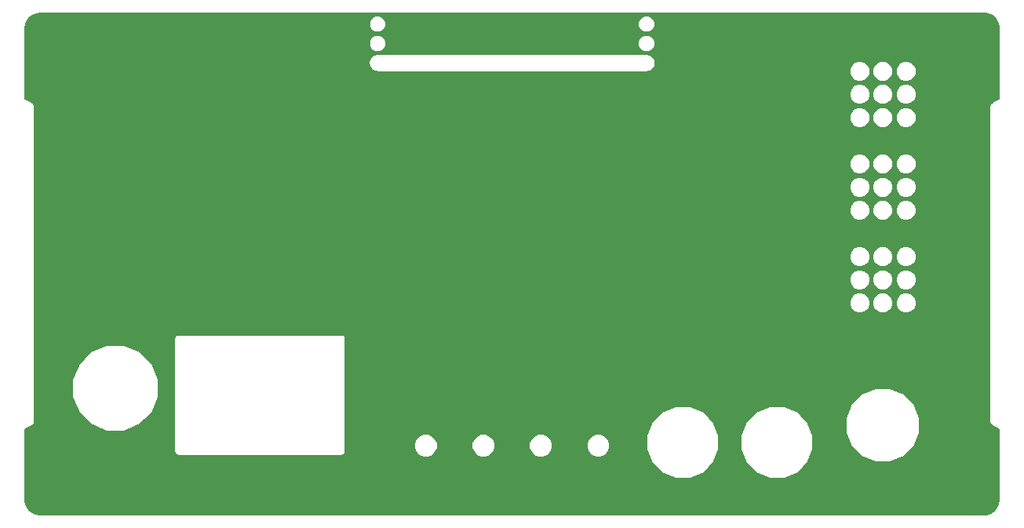
<source format=gtl>
G04 #@! TF.GenerationSoftware,KiCad,Pcbnew,5.0.2-bee76a0~70~ubuntu16.04.1*
G04 #@! TF.CreationDate,2019-08-25T20:36:25-07:00*
G04 #@! TF.ProjectId,endcap,656e6463-6170-42e6-9b69-6361645f7063,rev?*
G04 #@! TF.SameCoordinates,PX2faf080PY2faf080*
G04 #@! TF.FileFunction,Copper,L1,Top*
G04 #@! TF.FilePolarity,Positive*
%FSLAX46Y46*%
G04 Gerber Fmt 4.6, Leading zero omitted, Abs format (unit mm)*
G04 Created by KiCad (PCBNEW 5.0.2-bee76a0~70~ubuntu16.04.1) date Sun 25 Aug 2019 08:36:25 PM PDT*
%MOMM*%
%LPD*%
G01*
G04 APERTURE LIST*
G04 #@! TA.AperFunction,ComponentPad*
%ADD10C,4.900000*%
G04 #@! TD*
G04 #@! TA.AperFunction,Conductor*
%ADD11C,0.200000*%
G04 #@! TD*
G04 APERTURE END LIST*
D10*
G04 #@! TO.P,MH1,1*
G04 #@! TO.N,GND*
X4875000Y-3750000D03*
G04 #@! TD*
G04 #@! TO.P,MH2,1*
G04 #@! TO.N,GND*
X101125000Y-3750000D03*
G04 #@! TD*
G04 #@! TO.P,MH3,1*
G04 #@! TO.N,GND*
X101125000Y-51250000D03*
G04 #@! TD*
G04 #@! TO.P,MH4,1*
G04 #@! TO.N,GND*
X4875000Y-51250000D03*
G04 #@! TD*
D11*
G04 #@! TO.N,GND*
G36*
X104426658Y-540949D02*
X104819014Y-719342D01*
X105145532Y-1000688D01*
X105379961Y-1362368D01*
X105508162Y-1791043D01*
X105525000Y-2017627D01*
X105525001Y-9706433D01*
X104844694Y-10046588D01*
X104814665Y-10052561D01*
X104760903Y-10088483D01*
X104745734Y-10096068D01*
X104722095Y-10114414D01*
X104657545Y-10157545D01*
X104647876Y-10172015D01*
X104634131Y-10182683D01*
X104595690Y-10250118D01*
X104552561Y-10314666D01*
X104549166Y-10331734D01*
X104540549Y-10346850D01*
X104530842Y-10423853D01*
X104525000Y-10453222D01*
X104525000Y-10470196D01*
X104516915Y-10534332D01*
X104525000Y-10563856D01*
X104525001Y-44436141D01*
X104516915Y-44465668D01*
X104525001Y-44529812D01*
X104525001Y-44546779D01*
X104530841Y-44576136D01*
X104540549Y-44653150D01*
X104549167Y-44668269D01*
X104552562Y-44685335D01*
X104595687Y-44749876D01*
X104634131Y-44817317D01*
X104647878Y-44827986D01*
X104657546Y-44842455D01*
X104722089Y-44885581D01*
X104745734Y-44903932D01*
X104760907Y-44911519D01*
X104814666Y-44947439D01*
X104844694Y-44953412D01*
X105525000Y-45293566D01*
X105525001Y-52966151D01*
X105459052Y-53426656D01*
X105280658Y-53819015D01*
X104999312Y-54145532D01*
X104637631Y-54379962D01*
X104208957Y-54508162D01*
X103982374Y-54525000D01*
X2033842Y-54525000D01*
X1573344Y-54459052D01*
X1180985Y-54280658D01*
X854468Y-53999312D01*
X620038Y-53637631D01*
X491838Y-53208957D01*
X475000Y-52982374D01*
X475000Y-45293566D01*
X1155309Y-44953411D01*
X1185334Y-44947439D01*
X1239088Y-44911522D01*
X1254266Y-44903933D01*
X1277916Y-44885578D01*
X1342455Y-44842455D01*
X1352122Y-44827987D01*
X1365869Y-44817318D01*
X1404311Y-44749880D01*
X1447439Y-44685335D01*
X1450834Y-44668267D01*
X1459451Y-44653151D01*
X1469158Y-44576149D01*
X1475000Y-44546779D01*
X1475000Y-44529804D01*
X1483085Y-44465668D01*
X1475000Y-44436144D01*
X1475000Y-39975057D01*
X5550000Y-39975057D01*
X5550000Y-41824943D01*
X6257920Y-43534013D01*
X7565987Y-44842080D01*
X9275057Y-45550000D01*
X11124943Y-45550000D01*
X12834013Y-44842080D01*
X14142080Y-43534013D01*
X14850000Y-41824943D01*
X14850000Y-39975057D01*
X14142080Y-38265987D01*
X12834013Y-36957920D01*
X11124943Y-36250000D01*
X9275057Y-36250000D01*
X7565987Y-36957920D01*
X6257920Y-38265987D01*
X5550000Y-39975057D01*
X1475000Y-39975057D01*
X1475000Y-35600000D01*
X16565695Y-35600000D01*
X16575000Y-35646779D01*
X16575001Y-47653216D01*
X16565695Y-47700000D01*
X16602561Y-47885335D01*
X16707545Y-48042455D01*
X16864665Y-48147439D01*
X17003221Y-48175000D01*
X17003222Y-48175000D01*
X17050000Y-48184305D01*
X17096779Y-48175000D01*
X34503222Y-48175000D01*
X34550000Y-48184305D01*
X34735335Y-48147439D01*
X34892455Y-48042455D01*
X34997439Y-47885335D01*
X35025000Y-47746779D01*
X35034305Y-47700000D01*
X35025000Y-47653221D01*
X35025000Y-46851360D01*
X42450000Y-46851360D01*
X42450000Y-47348640D01*
X42640301Y-47808068D01*
X42991932Y-48159699D01*
X43451360Y-48350000D01*
X43948640Y-48350000D01*
X44408068Y-48159699D01*
X44759699Y-47808068D01*
X44950000Y-47348640D01*
X44950000Y-46851360D01*
X48650000Y-46851360D01*
X48650000Y-47348640D01*
X48840301Y-47808068D01*
X49191932Y-48159699D01*
X49651360Y-48350000D01*
X50148640Y-48350000D01*
X50608068Y-48159699D01*
X50959699Y-47808068D01*
X51150000Y-47348640D01*
X51150000Y-46851360D01*
X54850000Y-46851360D01*
X54850000Y-47348640D01*
X55040301Y-47808068D01*
X55391932Y-48159699D01*
X55851360Y-48350000D01*
X56348640Y-48350000D01*
X56808068Y-48159699D01*
X57159699Y-47808068D01*
X57350000Y-47348640D01*
X57350000Y-46851360D01*
X61050000Y-46851360D01*
X61050000Y-47348640D01*
X61240301Y-47808068D01*
X61591932Y-48159699D01*
X62051360Y-48350000D01*
X62548640Y-48350000D01*
X63008068Y-48159699D01*
X63359699Y-47808068D01*
X63550000Y-47348640D01*
X63550000Y-46851360D01*
X63359699Y-46391932D01*
X63008068Y-46040301D01*
X62884801Y-45989242D01*
X67540000Y-45989242D01*
X67540000Y-47540758D01*
X68133739Y-48974173D01*
X69230827Y-50071261D01*
X70664242Y-50665000D01*
X72215758Y-50665000D01*
X73649173Y-50071261D01*
X74746261Y-48974173D01*
X75340000Y-47540758D01*
X75340000Y-45989242D01*
X77700000Y-45989242D01*
X77700000Y-47540758D01*
X78293739Y-48974173D01*
X79390827Y-50071261D01*
X80824242Y-50665000D01*
X82375758Y-50665000D01*
X83809173Y-50071261D01*
X84906261Y-48974173D01*
X85500000Y-47540758D01*
X85500000Y-45989242D01*
X84906261Y-44555827D01*
X84454784Y-44104350D01*
X89000000Y-44104350D01*
X89000000Y-45695650D01*
X89608963Y-47165818D01*
X90734182Y-48291037D01*
X92204350Y-48900000D01*
X93795650Y-48900000D01*
X95265818Y-48291037D01*
X96391037Y-47165818D01*
X97000000Y-45695650D01*
X97000000Y-44104350D01*
X96391037Y-42634182D01*
X95265818Y-41508963D01*
X93795650Y-40900000D01*
X92204350Y-40900000D01*
X90734182Y-41508963D01*
X89608963Y-42634182D01*
X89000000Y-44104350D01*
X84454784Y-44104350D01*
X83809173Y-43458739D01*
X82375758Y-42865000D01*
X80824242Y-42865000D01*
X79390827Y-43458739D01*
X78293739Y-44555827D01*
X77700000Y-45989242D01*
X75340000Y-45989242D01*
X74746261Y-44555827D01*
X73649173Y-43458739D01*
X72215758Y-42865000D01*
X70664242Y-42865000D01*
X69230827Y-43458739D01*
X68133739Y-44555827D01*
X67540000Y-45989242D01*
X62884801Y-45989242D01*
X62548640Y-45850000D01*
X62051360Y-45850000D01*
X61591932Y-46040301D01*
X61240301Y-46391932D01*
X61050000Y-46851360D01*
X57350000Y-46851360D01*
X57159699Y-46391932D01*
X56808068Y-46040301D01*
X56348640Y-45850000D01*
X55851360Y-45850000D01*
X55391932Y-46040301D01*
X55040301Y-46391932D01*
X54850000Y-46851360D01*
X51150000Y-46851360D01*
X50959699Y-46391932D01*
X50608068Y-46040301D01*
X50148640Y-45850000D01*
X49651360Y-45850000D01*
X49191932Y-46040301D01*
X48840301Y-46391932D01*
X48650000Y-46851360D01*
X44950000Y-46851360D01*
X44759699Y-46391932D01*
X44408068Y-46040301D01*
X43948640Y-45850000D01*
X43451360Y-45850000D01*
X42991932Y-46040301D01*
X42640301Y-46391932D01*
X42450000Y-46851360D01*
X35025000Y-46851360D01*
X35025000Y-35646779D01*
X35034305Y-35600000D01*
X34997439Y-35414665D01*
X34892455Y-35257545D01*
X34735335Y-35152561D01*
X34596779Y-35125000D01*
X34596778Y-35125000D01*
X34550000Y-35115695D01*
X34503221Y-35125000D01*
X17096778Y-35125000D01*
X17050000Y-35115695D01*
X17003221Y-35125000D01*
X16864665Y-35152561D01*
X16707545Y-35257545D01*
X16602561Y-35414665D01*
X16565695Y-35600000D01*
X1475000Y-35600000D01*
X1475000Y-31481196D01*
X89400000Y-31481196D01*
X89400000Y-31918804D01*
X89567465Y-32323100D01*
X89876900Y-32632535D01*
X90281196Y-32800000D01*
X90718804Y-32800000D01*
X91123100Y-32632535D01*
X91432535Y-32323100D01*
X91600000Y-31918804D01*
X91600000Y-31481196D01*
X91900000Y-31481196D01*
X91900000Y-31918804D01*
X92067465Y-32323100D01*
X92376900Y-32632535D01*
X92781196Y-32800000D01*
X93218804Y-32800000D01*
X93623100Y-32632535D01*
X93932535Y-32323100D01*
X94100000Y-31918804D01*
X94100000Y-31481196D01*
X94400000Y-31481196D01*
X94400000Y-31918804D01*
X94567465Y-32323100D01*
X94876900Y-32632535D01*
X95281196Y-32800000D01*
X95718804Y-32800000D01*
X96123100Y-32632535D01*
X96432535Y-32323100D01*
X96600000Y-31918804D01*
X96600000Y-31481196D01*
X96432535Y-31076900D01*
X96123100Y-30767465D01*
X95718804Y-30600000D01*
X95281196Y-30600000D01*
X94876900Y-30767465D01*
X94567465Y-31076900D01*
X94400000Y-31481196D01*
X94100000Y-31481196D01*
X93932535Y-31076900D01*
X93623100Y-30767465D01*
X93218804Y-30600000D01*
X92781196Y-30600000D01*
X92376900Y-30767465D01*
X92067465Y-31076900D01*
X91900000Y-31481196D01*
X91600000Y-31481196D01*
X91432535Y-31076900D01*
X91123100Y-30767465D01*
X90718804Y-30600000D01*
X90281196Y-30600000D01*
X89876900Y-30767465D01*
X89567465Y-31076900D01*
X89400000Y-31481196D01*
X1475000Y-31481196D01*
X1475000Y-28981196D01*
X89400000Y-28981196D01*
X89400000Y-29418804D01*
X89567465Y-29823100D01*
X89876900Y-30132535D01*
X90281196Y-30300000D01*
X90718804Y-30300000D01*
X91123100Y-30132535D01*
X91432535Y-29823100D01*
X91600000Y-29418804D01*
X91600000Y-28981196D01*
X91900000Y-28981196D01*
X91900000Y-29418804D01*
X92067465Y-29823100D01*
X92376900Y-30132535D01*
X92781196Y-30300000D01*
X93218804Y-30300000D01*
X93623100Y-30132535D01*
X93932535Y-29823100D01*
X94100000Y-29418804D01*
X94100000Y-28981196D01*
X94400000Y-28981196D01*
X94400000Y-29418804D01*
X94567465Y-29823100D01*
X94876900Y-30132535D01*
X95281196Y-30300000D01*
X95718804Y-30300000D01*
X96123100Y-30132535D01*
X96432535Y-29823100D01*
X96600000Y-29418804D01*
X96600000Y-28981196D01*
X96432535Y-28576900D01*
X96123100Y-28267465D01*
X95718804Y-28100000D01*
X95281196Y-28100000D01*
X94876900Y-28267465D01*
X94567465Y-28576900D01*
X94400000Y-28981196D01*
X94100000Y-28981196D01*
X93932535Y-28576900D01*
X93623100Y-28267465D01*
X93218804Y-28100000D01*
X92781196Y-28100000D01*
X92376900Y-28267465D01*
X92067465Y-28576900D01*
X91900000Y-28981196D01*
X91600000Y-28981196D01*
X91432535Y-28576900D01*
X91123100Y-28267465D01*
X90718804Y-28100000D01*
X90281196Y-28100000D01*
X89876900Y-28267465D01*
X89567465Y-28576900D01*
X89400000Y-28981196D01*
X1475000Y-28981196D01*
X1475000Y-26481196D01*
X89400000Y-26481196D01*
X89400000Y-26918804D01*
X89567465Y-27323100D01*
X89876900Y-27632535D01*
X90281196Y-27800000D01*
X90718804Y-27800000D01*
X91123100Y-27632535D01*
X91432535Y-27323100D01*
X91600000Y-26918804D01*
X91600000Y-26481196D01*
X91900000Y-26481196D01*
X91900000Y-26918804D01*
X92067465Y-27323100D01*
X92376900Y-27632535D01*
X92781196Y-27800000D01*
X93218804Y-27800000D01*
X93623100Y-27632535D01*
X93932535Y-27323100D01*
X94100000Y-26918804D01*
X94100000Y-26481196D01*
X94400000Y-26481196D01*
X94400000Y-26918804D01*
X94567465Y-27323100D01*
X94876900Y-27632535D01*
X95281196Y-27800000D01*
X95718804Y-27800000D01*
X96123100Y-27632535D01*
X96432535Y-27323100D01*
X96600000Y-26918804D01*
X96600000Y-26481196D01*
X96432535Y-26076900D01*
X96123100Y-25767465D01*
X95718804Y-25600000D01*
X95281196Y-25600000D01*
X94876900Y-25767465D01*
X94567465Y-26076900D01*
X94400000Y-26481196D01*
X94100000Y-26481196D01*
X93932535Y-26076900D01*
X93623100Y-25767465D01*
X93218804Y-25600000D01*
X92781196Y-25600000D01*
X92376900Y-25767465D01*
X92067465Y-26076900D01*
X91900000Y-26481196D01*
X91600000Y-26481196D01*
X91432535Y-26076900D01*
X91123100Y-25767465D01*
X90718804Y-25600000D01*
X90281196Y-25600000D01*
X89876900Y-25767465D01*
X89567465Y-26076900D01*
X89400000Y-26481196D01*
X1475000Y-26481196D01*
X1475000Y-21481196D01*
X89400000Y-21481196D01*
X89400000Y-21918804D01*
X89567465Y-22323100D01*
X89876900Y-22632535D01*
X90281196Y-22800000D01*
X90718804Y-22800000D01*
X91123100Y-22632535D01*
X91432535Y-22323100D01*
X91600000Y-21918804D01*
X91600000Y-21481196D01*
X91900000Y-21481196D01*
X91900000Y-21918804D01*
X92067465Y-22323100D01*
X92376900Y-22632535D01*
X92781196Y-22800000D01*
X93218804Y-22800000D01*
X93623100Y-22632535D01*
X93932535Y-22323100D01*
X94100000Y-21918804D01*
X94100000Y-21481196D01*
X94400000Y-21481196D01*
X94400000Y-21918804D01*
X94567465Y-22323100D01*
X94876900Y-22632535D01*
X95281196Y-22800000D01*
X95718804Y-22800000D01*
X96123100Y-22632535D01*
X96432535Y-22323100D01*
X96600000Y-21918804D01*
X96600000Y-21481196D01*
X96432535Y-21076900D01*
X96123100Y-20767465D01*
X95718804Y-20600000D01*
X95281196Y-20600000D01*
X94876900Y-20767465D01*
X94567465Y-21076900D01*
X94400000Y-21481196D01*
X94100000Y-21481196D01*
X93932535Y-21076900D01*
X93623100Y-20767465D01*
X93218804Y-20600000D01*
X92781196Y-20600000D01*
X92376900Y-20767465D01*
X92067465Y-21076900D01*
X91900000Y-21481196D01*
X91600000Y-21481196D01*
X91432535Y-21076900D01*
X91123100Y-20767465D01*
X90718804Y-20600000D01*
X90281196Y-20600000D01*
X89876900Y-20767465D01*
X89567465Y-21076900D01*
X89400000Y-21481196D01*
X1475000Y-21481196D01*
X1475000Y-18981196D01*
X89400000Y-18981196D01*
X89400000Y-19418804D01*
X89567465Y-19823100D01*
X89876900Y-20132535D01*
X90281196Y-20300000D01*
X90718804Y-20300000D01*
X91123100Y-20132535D01*
X91432535Y-19823100D01*
X91600000Y-19418804D01*
X91600000Y-18981196D01*
X91900000Y-18981196D01*
X91900000Y-19418804D01*
X92067465Y-19823100D01*
X92376900Y-20132535D01*
X92781196Y-20300000D01*
X93218804Y-20300000D01*
X93623100Y-20132535D01*
X93932535Y-19823100D01*
X94100000Y-19418804D01*
X94100000Y-18981196D01*
X94400000Y-18981196D01*
X94400000Y-19418804D01*
X94567465Y-19823100D01*
X94876900Y-20132535D01*
X95281196Y-20300000D01*
X95718804Y-20300000D01*
X96123100Y-20132535D01*
X96432535Y-19823100D01*
X96600000Y-19418804D01*
X96600000Y-18981196D01*
X96432535Y-18576900D01*
X96123100Y-18267465D01*
X95718804Y-18100000D01*
X95281196Y-18100000D01*
X94876900Y-18267465D01*
X94567465Y-18576900D01*
X94400000Y-18981196D01*
X94100000Y-18981196D01*
X93932535Y-18576900D01*
X93623100Y-18267465D01*
X93218804Y-18100000D01*
X92781196Y-18100000D01*
X92376900Y-18267465D01*
X92067465Y-18576900D01*
X91900000Y-18981196D01*
X91600000Y-18981196D01*
X91432535Y-18576900D01*
X91123100Y-18267465D01*
X90718804Y-18100000D01*
X90281196Y-18100000D01*
X89876900Y-18267465D01*
X89567465Y-18576900D01*
X89400000Y-18981196D01*
X1475000Y-18981196D01*
X1475000Y-16481196D01*
X89400000Y-16481196D01*
X89400000Y-16918804D01*
X89567465Y-17323100D01*
X89876900Y-17632535D01*
X90281196Y-17800000D01*
X90718804Y-17800000D01*
X91123100Y-17632535D01*
X91432535Y-17323100D01*
X91600000Y-16918804D01*
X91600000Y-16481196D01*
X91900000Y-16481196D01*
X91900000Y-16918804D01*
X92067465Y-17323100D01*
X92376900Y-17632535D01*
X92781196Y-17800000D01*
X93218804Y-17800000D01*
X93623100Y-17632535D01*
X93932535Y-17323100D01*
X94100000Y-16918804D01*
X94100000Y-16481196D01*
X94400000Y-16481196D01*
X94400000Y-16918804D01*
X94567465Y-17323100D01*
X94876900Y-17632535D01*
X95281196Y-17800000D01*
X95718804Y-17800000D01*
X96123100Y-17632535D01*
X96432535Y-17323100D01*
X96600000Y-16918804D01*
X96600000Y-16481196D01*
X96432535Y-16076900D01*
X96123100Y-15767465D01*
X95718804Y-15600000D01*
X95281196Y-15600000D01*
X94876900Y-15767465D01*
X94567465Y-16076900D01*
X94400000Y-16481196D01*
X94100000Y-16481196D01*
X93932535Y-16076900D01*
X93623100Y-15767465D01*
X93218804Y-15600000D01*
X92781196Y-15600000D01*
X92376900Y-15767465D01*
X92067465Y-16076900D01*
X91900000Y-16481196D01*
X91600000Y-16481196D01*
X91432535Y-16076900D01*
X91123100Y-15767465D01*
X90718804Y-15600000D01*
X90281196Y-15600000D01*
X89876900Y-15767465D01*
X89567465Y-16076900D01*
X89400000Y-16481196D01*
X1475000Y-16481196D01*
X1475000Y-11481196D01*
X89400000Y-11481196D01*
X89400000Y-11918804D01*
X89567465Y-12323100D01*
X89876900Y-12632535D01*
X90281196Y-12800000D01*
X90718804Y-12800000D01*
X91123100Y-12632535D01*
X91432535Y-12323100D01*
X91600000Y-11918804D01*
X91600000Y-11481196D01*
X91900000Y-11481196D01*
X91900000Y-11918804D01*
X92067465Y-12323100D01*
X92376900Y-12632535D01*
X92781196Y-12800000D01*
X93218804Y-12800000D01*
X93623100Y-12632535D01*
X93932535Y-12323100D01*
X94100000Y-11918804D01*
X94100000Y-11481196D01*
X94400000Y-11481196D01*
X94400000Y-11918804D01*
X94567465Y-12323100D01*
X94876900Y-12632535D01*
X95281196Y-12800000D01*
X95718804Y-12800000D01*
X96123100Y-12632535D01*
X96432535Y-12323100D01*
X96600000Y-11918804D01*
X96600000Y-11481196D01*
X96432535Y-11076900D01*
X96123100Y-10767465D01*
X95718804Y-10600000D01*
X95281196Y-10600000D01*
X94876900Y-10767465D01*
X94567465Y-11076900D01*
X94400000Y-11481196D01*
X94100000Y-11481196D01*
X93932535Y-11076900D01*
X93623100Y-10767465D01*
X93218804Y-10600000D01*
X92781196Y-10600000D01*
X92376900Y-10767465D01*
X92067465Y-11076900D01*
X91900000Y-11481196D01*
X91600000Y-11481196D01*
X91432535Y-11076900D01*
X91123100Y-10767465D01*
X90718804Y-10600000D01*
X90281196Y-10600000D01*
X89876900Y-10767465D01*
X89567465Y-11076900D01*
X89400000Y-11481196D01*
X1475000Y-11481196D01*
X1475000Y-10563856D01*
X1483085Y-10534332D01*
X1475000Y-10470196D01*
X1475000Y-10453221D01*
X1469158Y-10423851D01*
X1459451Y-10346849D01*
X1450834Y-10331733D01*
X1447439Y-10314665D01*
X1404311Y-10250120D01*
X1365869Y-10182682D01*
X1352122Y-10172013D01*
X1342455Y-10157545D01*
X1277914Y-10114420D01*
X1254266Y-10096067D01*
X1239091Y-10088479D01*
X1185335Y-10052561D01*
X1155309Y-10046588D01*
X475000Y-9706434D01*
X475000Y-8981196D01*
X89400000Y-8981196D01*
X89400000Y-9418804D01*
X89567465Y-9823100D01*
X89876900Y-10132535D01*
X90281196Y-10300000D01*
X90718804Y-10300000D01*
X91123100Y-10132535D01*
X91432535Y-9823100D01*
X91600000Y-9418804D01*
X91600000Y-8981196D01*
X91900000Y-8981196D01*
X91900000Y-9418804D01*
X92067465Y-9823100D01*
X92376900Y-10132535D01*
X92781196Y-10300000D01*
X93218804Y-10300000D01*
X93623100Y-10132535D01*
X93932535Y-9823100D01*
X94100000Y-9418804D01*
X94100000Y-8981196D01*
X94400000Y-8981196D01*
X94400000Y-9418804D01*
X94567465Y-9823100D01*
X94876900Y-10132535D01*
X95281196Y-10300000D01*
X95718804Y-10300000D01*
X96123100Y-10132535D01*
X96432535Y-9823100D01*
X96600000Y-9418804D01*
X96600000Y-8981196D01*
X96432535Y-8576900D01*
X96123100Y-8267465D01*
X95718804Y-8100000D01*
X95281196Y-8100000D01*
X94876900Y-8267465D01*
X94567465Y-8576900D01*
X94400000Y-8981196D01*
X94100000Y-8981196D01*
X93932535Y-8576900D01*
X93623100Y-8267465D01*
X93218804Y-8100000D01*
X92781196Y-8100000D01*
X92376900Y-8267465D01*
X92067465Y-8576900D01*
X91900000Y-8981196D01*
X91600000Y-8981196D01*
X91432535Y-8576900D01*
X91123100Y-8267465D01*
X90718804Y-8100000D01*
X90281196Y-8100000D01*
X89876900Y-8267465D01*
X89567465Y-8576900D01*
X89400000Y-8981196D01*
X475000Y-8981196D01*
X475000Y-5712208D01*
X37558646Y-5712208D01*
X37558646Y-5887790D01*
X37596707Y-6079132D01*
X37596707Y-6079134D01*
X37615465Y-6124419D01*
X37663898Y-6241349D01*
X37663902Y-6241353D01*
X37772282Y-6403554D01*
X37772284Y-6403558D01*
X37896442Y-6527716D01*
X37896446Y-6527718D01*
X38058647Y-6636098D01*
X38058651Y-6636102D01*
X38220868Y-6703294D01*
X38412210Y-6741354D01*
X38412212Y-6741354D01*
X38455679Y-6750000D01*
X67544321Y-6750000D01*
X67587788Y-6741354D01*
X67587790Y-6741354D01*
X67779132Y-6703293D01*
X67779134Y-6703293D01*
X67849464Y-6674161D01*
X67941349Y-6636102D01*
X67941353Y-6636098D01*
X68103554Y-6527718D01*
X68103558Y-6527716D01*
X68150078Y-6481196D01*
X89400000Y-6481196D01*
X89400000Y-6918804D01*
X89567465Y-7323100D01*
X89876900Y-7632535D01*
X90281196Y-7800000D01*
X90718804Y-7800000D01*
X91123100Y-7632535D01*
X91432535Y-7323100D01*
X91600000Y-6918804D01*
X91600000Y-6481196D01*
X91900000Y-6481196D01*
X91900000Y-6918804D01*
X92067465Y-7323100D01*
X92376900Y-7632535D01*
X92781196Y-7800000D01*
X93218804Y-7800000D01*
X93623100Y-7632535D01*
X93932535Y-7323100D01*
X94100000Y-6918804D01*
X94100000Y-6481196D01*
X94400000Y-6481196D01*
X94400000Y-6918804D01*
X94567465Y-7323100D01*
X94876900Y-7632535D01*
X95281196Y-7800000D01*
X95718804Y-7800000D01*
X96123100Y-7632535D01*
X96432535Y-7323100D01*
X96600000Y-6918804D01*
X96600000Y-6481196D01*
X96432535Y-6076900D01*
X96123100Y-5767465D01*
X95718804Y-5600000D01*
X95281196Y-5600000D01*
X94876900Y-5767465D01*
X94567465Y-6076900D01*
X94400000Y-6481196D01*
X94100000Y-6481196D01*
X93932535Y-6076900D01*
X93623100Y-5767465D01*
X93218804Y-5600000D01*
X92781196Y-5600000D01*
X92376900Y-5767465D01*
X92067465Y-6076900D01*
X91900000Y-6481196D01*
X91600000Y-6481196D01*
X91432535Y-6076900D01*
X91123100Y-5767465D01*
X90718804Y-5600000D01*
X90281196Y-5600000D01*
X89876900Y-5767465D01*
X89567465Y-6076900D01*
X89400000Y-6481196D01*
X68150078Y-6481196D01*
X68227716Y-6403558D01*
X68227718Y-6403554D01*
X68336098Y-6241353D01*
X68336102Y-6241349D01*
X68403294Y-6079132D01*
X68441354Y-5887790D01*
X68441354Y-5712208D01*
X68441353Y-5712206D01*
X68403294Y-5520868D01*
X68336102Y-5358651D01*
X68336097Y-5358646D01*
X68227718Y-5196446D01*
X68227716Y-5196442D01*
X68103558Y-5072284D01*
X68103554Y-5072282D01*
X67941353Y-4963902D01*
X67941349Y-4963898D01*
X67834797Y-4919764D01*
X67779134Y-4896707D01*
X67779132Y-4896707D01*
X67587790Y-4858646D01*
X67587788Y-4858646D01*
X67544321Y-4850000D01*
X38455679Y-4850000D01*
X38412212Y-4858646D01*
X38412210Y-4858646D01*
X38220868Y-4896706D01*
X38058651Y-4963898D01*
X38058647Y-4963902D01*
X37896446Y-5072282D01*
X37896442Y-5072284D01*
X37772284Y-5196442D01*
X37772282Y-5196446D01*
X37663903Y-5358646D01*
X37663898Y-5358651D01*
X37636064Y-5425850D01*
X37596707Y-5520866D01*
X37596707Y-5520868D01*
X37558647Y-5712206D01*
X37558646Y-5712208D01*
X475000Y-5712208D01*
X475000Y-3520979D01*
X37600000Y-3520979D01*
X37600000Y-3879021D01*
X37737017Y-4209809D01*
X37990191Y-4462983D01*
X38320979Y-4600000D01*
X38679021Y-4600000D01*
X39009809Y-4462983D01*
X39262983Y-4209809D01*
X39400000Y-3879021D01*
X39400000Y-3520979D01*
X66600000Y-3520979D01*
X66600000Y-3879021D01*
X66737017Y-4209809D01*
X66990191Y-4462983D01*
X67320979Y-4600000D01*
X67679021Y-4600000D01*
X68009809Y-4462983D01*
X68262983Y-4209809D01*
X68400000Y-3879021D01*
X68400000Y-3520979D01*
X68262983Y-3190191D01*
X68009809Y-2937017D01*
X67679021Y-2800000D01*
X67320979Y-2800000D01*
X66990191Y-2937017D01*
X66737017Y-3190191D01*
X66600000Y-3520979D01*
X39400000Y-3520979D01*
X39262983Y-3190191D01*
X39009809Y-2937017D01*
X38679021Y-2800000D01*
X38320979Y-2800000D01*
X37990191Y-2937017D01*
X37737017Y-3190191D01*
X37600000Y-3520979D01*
X475000Y-3520979D01*
X475000Y-2033842D01*
X540949Y-1573342D01*
X610224Y-1420979D01*
X37600000Y-1420979D01*
X37600000Y-1779021D01*
X37737017Y-2109809D01*
X37990191Y-2362983D01*
X38320979Y-2500000D01*
X38679021Y-2500000D01*
X39009809Y-2362983D01*
X39262983Y-2109809D01*
X39400000Y-1779021D01*
X39400000Y-1420979D01*
X66600000Y-1420979D01*
X66600000Y-1779021D01*
X66737017Y-2109809D01*
X66990191Y-2362983D01*
X67320979Y-2500000D01*
X67679021Y-2500000D01*
X68009809Y-2362983D01*
X68262983Y-2109809D01*
X68400000Y-1779021D01*
X68400000Y-1420979D01*
X68262983Y-1090191D01*
X68009809Y-837017D01*
X67679021Y-700000D01*
X67320979Y-700000D01*
X66990191Y-837017D01*
X66737017Y-1090191D01*
X66600000Y-1420979D01*
X39400000Y-1420979D01*
X39262983Y-1090191D01*
X39009809Y-837017D01*
X38679021Y-700000D01*
X38320979Y-700000D01*
X37990191Y-837017D01*
X37737017Y-1090191D01*
X37600000Y-1420979D01*
X610224Y-1420979D01*
X719342Y-1180986D01*
X1000688Y-854468D01*
X1362368Y-620039D01*
X1791043Y-491838D01*
X2017626Y-475000D01*
X103966158Y-475000D01*
X104426658Y-540949D01*
X104426658Y-540949D01*
G37*
X104426658Y-540949D02*
X104819014Y-719342D01*
X105145532Y-1000688D01*
X105379961Y-1362368D01*
X105508162Y-1791043D01*
X105525000Y-2017627D01*
X105525001Y-9706433D01*
X104844694Y-10046588D01*
X104814665Y-10052561D01*
X104760903Y-10088483D01*
X104745734Y-10096068D01*
X104722095Y-10114414D01*
X104657545Y-10157545D01*
X104647876Y-10172015D01*
X104634131Y-10182683D01*
X104595690Y-10250118D01*
X104552561Y-10314666D01*
X104549166Y-10331734D01*
X104540549Y-10346850D01*
X104530842Y-10423853D01*
X104525000Y-10453222D01*
X104525000Y-10470196D01*
X104516915Y-10534332D01*
X104525000Y-10563856D01*
X104525001Y-44436141D01*
X104516915Y-44465668D01*
X104525001Y-44529812D01*
X104525001Y-44546779D01*
X104530841Y-44576136D01*
X104540549Y-44653150D01*
X104549167Y-44668269D01*
X104552562Y-44685335D01*
X104595687Y-44749876D01*
X104634131Y-44817317D01*
X104647878Y-44827986D01*
X104657546Y-44842455D01*
X104722089Y-44885581D01*
X104745734Y-44903932D01*
X104760907Y-44911519D01*
X104814666Y-44947439D01*
X104844694Y-44953412D01*
X105525000Y-45293566D01*
X105525001Y-52966151D01*
X105459052Y-53426656D01*
X105280658Y-53819015D01*
X104999312Y-54145532D01*
X104637631Y-54379962D01*
X104208957Y-54508162D01*
X103982374Y-54525000D01*
X2033842Y-54525000D01*
X1573344Y-54459052D01*
X1180985Y-54280658D01*
X854468Y-53999312D01*
X620038Y-53637631D01*
X491838Y-53208957D01*
X475000Y-52982374D01*
X475000Y-45293566D01*
X1155309Y-44953411D01*
X1185334Y-44947439D01*
X1239088Y-44911522D01*
X1254266Y-44903933D01*
X1277916Y-44885578D01*
X1342455Y-44842455D01*
X1352122Y-44827987D01*
X1365869Y-44817318D01*
X1404311Y-44749880D01*
X1447439Y-44685335D01*
X1450834Y-44668267D01*
X1459451Y-44653151D01*
X1469158Y-44576149D01*
X1475000Y-44546779D01*
X1475000Y-44529804D01*
X1483085Y-44465668D01*
X1475000Y-44436144D01*
X1475000Y-39975057D01*
X5550000Y-39975057D01*
X5550000Y-41824943D01*
X6257920Y-43534013D01*
X7565987Y-44842080D01*
X9275057Y-45550000D01*
X11124943Y-45550000D01*
X12834013Y-44842080D01*
X14142080Y-43534013D01*
X14850000Y-41824943D01*
X14850000Y-39975057D01*
X14142080Y-38265987D01*
X12834013Y-36957920D01*
X11124943Y-36250000D01*
X9275057Y-36250000D01*
X7565987Y-36957920D01*
X6257920Y-38265987D01*
X5550000Y-39975057D01*
X1475000Y-39975057D01*
X1475000Y-35600000D01*
X16565695Y-35600000D01*
X16575000Y-35646779D01*
X16575001Y-47653216D01*
X16565695Y-47700000D01*
X16602561Y-47885335D01*
X16707545Y-48042455D01*
X16864665Y-48147439D01*
X17003221Y-48175000D01*
X17003222Y-48175000D01*
X17050000Y-48184305D01*
X17096779Y-48175000D01*
X34503222Y-48175000D01*
X34550000Y-48184305D01*
X34735335Y-48147439D01*
X34892455Y-48042455D01*
X34997439Y-47885335D01*
X35025000Y-47746779D01*
X35034305Y-47700000D01*
X35025000Y-47653221D01*
X35025000Y-46851360D01*
X42450000Y-46851360D01*
X42450000Y-47348640D01*
X42640301Y-47808068D01*
X42991932Y-48159699D01*
X43451360Y-48350000D01*
X43948640Y-48350000D01*
X44408068Y-48159699D01*
X44759699Y-47808068D01*
X44950000Y-47348640D01*
X44950000Y-46851360D01*
X48650000Y-46851360D01*
X48650000Y-47348640D01*
X48840301Y-47808068D01*
X49191932Y-48159699D01*
X49651360Y-48350000D01*
X50148640Y-48350000D01*
X50608068Y-48159699D01*
X50959699Y-47808068D01*
X51150000Y-47348640D01*
X51150000Y-46851360D01*
X54850000Y-46851360D01*
X54850000Y-47348640D01*
X55040301Y-47808068D01*
X55391932Y-48159699D01*
X55851360Y-48350000D01*
X56348640Y-48350000D01*
X56808068Y-48159699D01*
X57159699Y-47808068D01*
X57350000Y-47348640D01*
X57350000Y-46851360D01*
X61050000Y-46851360D01*
X61050000Y-47348640D01*
X61240301Y-47808068D01*
X61591932Y-48159699D01*
X62051360Y-48350000D01*
X62548640Y-48350000D01*
X63008068Y-48159699D01*
X63359699Y-47808068D01*
X63550000Y-47348640D01*
X63550000Y-46851360D01*
X63359699Y-46391932D01*
X63008068Y-46040301D01*
X62884801Y-45989242D01*
X67540000Y-45989242D01*
X67540000Y-47540758D01*
X68133739Y-48974173D01*
X69230827Y-50071261D01*
X70664242Y-50665000D01*
X72215758Y-50665000D01*
X73649173Y-50071261D01*
X74746261Y-48974173D01*
X75340000Y-47540758D01*
X75340000Y-45989242D01*
X77700000Y-45989242D01*
X77700000Y-47540758D01*
X78293739Y-48974173D01*
X79390827Y-50071261D01*
X80824242Y-50665000D01*
X82375758Y-50665000D01*
X83809173Y-50071261D01*
X84906261Y-48974173D01*
X85500000Y-47540758D01*
X85500000Y-45989242D01*
X84906261Y-44555827D01*
X84454784Y-44104350D01*
X89000000Y-44104350D01*
X89000000Y-45695650D01*
X89608963Y-47165818D01*
X90734182Y-48291037D01*
X92204350Y-48900000D01*
X93795650Y-48900000D01*
X95265818Y-48291037D01*
X96391037Y-47165818D01*
X97000000Y-45695650D01*
X97000000Y-44104350D01*
X96391037Y-42634182D01*
X95265818Y-41508963D01*
X93795650Y-40900000D01*
X92204350Y-40900000D01*
X90734182Y-41508963D01*
X89608963Y-42634182D01*
X89000000Y-44104350D01*
X84454784Y-44104350D01*
X83809173Y-43458739D01*
X82375758Y-42865000D01*
X80824242Y-42865000D01*
X79390827Y-43458739D01*
X78293739Y-44555827D01*
X77700000Y-45989242D01*
X75340000Y-45989242D01*
X74746261Y-44555827D01*
X73649173Y-43458739D01*
X72215758Y-42865000D01*
X70664242Y-42865000D01*
X69230827Y-43458739D01*
X68133739Y-44555827D01*
X67540000Y-45989242D01*
X62884801Y-45989242D01*
X62548640Y-45850000D01*
X62051360Y-45850000D01*
X61591932Y-46040301D01*
X61240301Y-46391932D01*
X61050000Y-46851360D01*
X57350000Y-46851360D01*
X57159699Y-46391932D01*
X56808068Y-46040301D01*
X56348640Y-45850000D01*
X55851360Y-45850000D01*
X55391932Y-46040301D01*
X55040301Y-46391932D01*
X54850000Y-46851360D01*
X51150000Y-46851360D01*
X50959699Y-46391932D01*
X50608068Y-46040301D01*
X50148640Y-45850000D01*
X49651360Y-45850000D01*
X49191932Y-46040301D01*
X48840301Y-46391932D01*
X48650000Y-46851360D01*
X44950000Y-46851360D01*
X44759699Y-46391932D01*
X44408068Y-46040301D01*
X43948640Y-45850000D01*
X43451360Y-45850000D01*
X42991932Y-46040301D01*
X42640301Y-46391932D01*
X42450000Y-46851360D01*
X35025000Y-46851360D01*
X35025000Y-35646779D01*
X35034305Y-35600000D01*
X34997439Y-35414665D01*
X34892455Y-35257545D01*
X34735335Y-35152561D01*
X34596779Y-35125000D01*
X34596778Y-35125000D01*
X34550000Y-35115695D01*
X34503221Y-35125000D01*
X17096778Y-35125000D01*
X17050000Y-35115695D01*
X17003221Y-35125000D01*
X16864665Y-35152561D01*
X16707545Y-35257545D01*
X16602561Y-35414665D01*
X16565695Y-35600000D01*
X1475000Y-35600000D01*
X1475000Y-31481196D01*
X89400000Y-31481196D01*
X89400000Y-31918804D01*
X89567465Y-32323100D01*
X89876900Y-32632535D01*
X90281196Y-32800000D01*
X90718804Y-32800000D01*
X91123100Y-32632535D01*
X91432535Y-32323100D01*
X91600000Y-31918804D01*
X91600000Y-31481196D01*
X91900000Y-31481196D01*
X91900000Y-31918804D01*
X92067465Y-32323100D01*
X92376900Y-32632535D01*
X92781196Y-32800000D01*
X93218804Y-32800000D01*
X93623100Y-32632535D01*
X93932535Y-32323100D01*
X94100000Y-31918804D01*
X94100000Y-31481196D01*
X94400000Y-31481196D01*
X94400000Y-31918804D01*
X94567465Y-32323100D01*
X94876900Y-32632535D01*
X95281196Y-32800000D01*
X95718804Y-32800000D01*
X96123100Y-32632535D01*
X96432535Y-32323100D01*
X96600000Y-31918804D01*
X96600000Y-31481196D01*
X96432535Y-31076900D01*
X96123100Y-30767465D01*
X95718804Y-30600000D01*
X95281196Y-30600000D01*
X94876900Y-30767465D01*
X94567465Y-31076900D01*
X94400000Y-31481196D01*
X94100000Y-31481196D01*
X93932535Y-31076900D01*
X93623100Y-30767465D01*
X93218804Y-30600000D01*
X92781196Y-30600000D01*
X92376900Y-30767465D01*
X92067465Y-31076900D01*
X91900000Y-31481196D01*
X91600000Y-31481196D01*
X91432535Y-31076900D01*
X91123100Y-30767465D01*
X90718804Y-30600000D01*
X90281196Y-30600000D01*
X89876900Y-30767465D01*
X89567465Y-31076900D01*
X89400000Y-31481196D01*
X1475000Y-31481196D01*
X1475000Y-28981196D01*
X89400000Y-28981196D01*
X89400000Y-29418804D01*
X89567465Y-29823100D01*
X89876900Y-30132535D01*
X90281196Y-30300000D01*
X90718804Y-30300000D01*
X91123100Y-30132535D01*
X91432535Y-29823100D01*
X91600000Y-29418804D01*
X91600000Y-28981196D01*
X91900000Y-28981196D01*
X91900000Y-29418804D01*
X92067465Y-29823100D01*
X92376900Y-30132535D01*
X92781196Y-30300000D01*
X93218804Y-30300000D01*
X93623100Y-30132535D01*
X93932535Y-29823100D01*
X94100000Y-29418804D01*
X94100000Y-28981196D01*
X94400000Y-28981196D01*
X94400000Y-29418804D01*
X94567465Y-29823100D01*
X94876900Y-30132535D01*
X95281196Y-30300000D01*
X95718804Y-30300000D01*
X96123100Y-30132535D01*
X96432535Y-29823100D01*
X96600000Y-29418804D01*
X96600000Y-28981196D01*
X96432535Y-28576900D01*
X96123100Y-28267465D01*
X95718804Y-28100000D01*
X95281196Y-28100000D01*
X94876900Y-28267465D01*
X94567465Y-28576900D01*
X94400000Y-28981196D01*
X94100000Y-28981196D01*
X93932535Y-28576900D01*
X93623100Y-28267465D01*
X93218804Y-28100000D01*
X92781196Y-28100000D01*
X92376900Y-28267465D01*
X92067465Y-28576900D01*
X91900000Y-28981196D01*
X91600000Y-28981196D01*
X91432535Y-28576900D01*
X91123100Y-28267465D01*
X90718804Y-28100000D01*
X90281196Y-28100000D01*
X89876900Y-28267465D01*
X89567465Y-28576900D01*
X89400000Y-28981196D01*
X1475000Y-28981196D01*
X1475000Y-26481196D01*
X89400000Y-26481196D01*
X89400000Y-26918804D01*
X89567465Y-27323100D01*
X89876900Y-27632535D01*
X90281196Y-27800000D01*
X90718804Y-27800000D01*
X91123100Y-27632535D01*
X91432535Y-27323100D01*
X91600000Y-26918804D01*
X91600000Y-26481196D01*
X91900000Y-26481196D01*
X91900000Y-26918804D01*
X92067465Y-27323100D01*
X92376900Y-27632535D01*
X92781196Y-27800000D01*
X93218804Y-27800000D01*
X93623100Y-27632535D01*
X93932535Y-27323100D01*
X94100000Y-26918804D01*
X94100000Y-26481196D01*
X94400000Y-26481196D01*
X94400000Y-26918804D01*
X94567465Y-27323100D01*
X94876900Y-27632535D01*
X95281196Y-27800000D01*
X95718804Y-27800000D01*
X96123100Y-27632535D01*
X96432535Y-27323100D01*
X96600000Y-26918804D01*
X96600000Y-26481196D01*
X96432535Y-26076900D01*
X96123100Y-25767465D01*
X95718804Y-25600000D01*
X95281196Y-25600000D01*
X94876900Y-25767465D01*
X94567465Y-26076900D01*
X94400000Y-26481196D01*
X94100000Y-26481196D01*
X93932535Y-26076900D01*
X93623100Y-25767465D01*
X93218804Y-25600000D01*
X92781196Y-25600000D01*
X92376900Y-25767465D01*
X92067465Y-26076900D01*
X91900000Y-26481196D01*
X91600000Y-26481196D01*
X91432535Y-26076900D01*
X91123100Y-25767465D01*
X90718804Y-25600000D01*
X90281196Y-25600000D01*
X89876900Y-25767465D01*
X89567465Y-26076900D01*
X89400000Y-26481196D01*
X1475000Y-26481196D01*
X1475000Y-21481196D01*
X89400000Y-21481196D01*
X89400000Y-21918804D01*
X89567465Y-22323100D01*
X89876900Y-22632535D01*
X90281196Y-22800000D01*
X90718804Y-22800000D01*
X91123100Y-22632535D01*
X91432535Y-22323100D01*
X91600000Y-21918804D01*
X91600000Y-21481196D01*
X91900000Y-21481196D01*
X91900000Y-21918804D01*
X92067465Y-22323100D01*
X92376900Y-22632535D01*
X92781196Y-22800000D01*
X93218804Y-22800000D01*
X93623100Y-22632535D01*
X93932535Y-22323100D01*
X94100000Y-21918804D01*
X94100000Y-21481196D01*
X94400000Y-21481196D01*
X94400000Y-21918804D01*
X94567465Y-22323100D01*
X94876900Y-22632535D01*
X95281196Y-22800000D01*
X95718804Y-22800000D01*
X96123100Y-22632535D01*
X96432535Y-22323100D01*
X96600000Y-21918804D01*
X96600000Y-21481196D01*
X96432535Y-21076900D01*
X96123100Y-20767465D01*
X95718804Y-20600000D01*
X95281196Y-20600000D01*
X94876900Y-20767465D01*
X94567465Y-21076900D01*
X94400000Y-21481196D01*
X94100000Y-21481196D01*
X93932535Y-21076900D01*
X93623100Y-20767465D01*
X93218804Y-20600000D01*
X92781196Y-20600000D01*
X92376900Y-20767465D01*
X92067465Y-21076900D01*
X91900000Y-21481196D01*
X91600000Y-21481196D01*
X91432535Y-21076900D01*
X91123100Y-20767465D01*
X90718804Y-20600000D01*
X90281196Y-20600000D01*
X89876900Y-20767465D01*
X89567465Y-21076900D01*
X89400000Y-21481196D01*
X1475000Y-21481196D01*
X1475000Y-18981196D01*
X89400000Y-18981196D01*
X89400000Y-19418804D01*
X89567465Y-19823100D01*
X89876900Y-20132535D01*
X90281196Y-20300000D01*
X90718804Y-20300000D01*
X91123100Y-20132535D01*
X91432535Y-19823100D01*
X91600000Y-19418804D01*
X91600000Y-18981196D01*
X91900000Y-18981196D01*
X91900000Y-19418804D01*
X92067465Y-19823100D01*
X92376900Y-20132535D01*
X92781196Y-20300000D01*
X93218804Y-20300000D01*
X93623100Y-20132535D01*
X93932535Y-19823100D01*
X94100000Y-19418804D01*
X94100000Y-18981196D01*
X94400000Y-18981196D01*
X94400000Y-19418804D01*
X94567465Y-19823100D01*
X94876900Y-20132535D01*
X95281196Y-20300000D01*
X95718804Y-20300000D01*
X96123100Y-20132535D01*
X96432535Y-19823100D01*
X96600000Y-19418804D01*
X96600000Y-18981196D01*
X96432535Y-18576900D01*
X96123100Y-18267465D01*
X95718804Y-18100000D01*
X95281196Y-18100000D01*
X94876900Y-18267465D01*
X94567465Y-18576900D01*
X94400000Y-18981196D01*
X94100000Y-18981196D01*
X93932535Y-18576900D01*
X93623100Y-18267465D01*
X93218804Y-18100000D01*
X92781196Y-18100000D01*
X92376900Y-18267465D01*
X92067465Y-18576900D01*
X91900000Y-18981196D01*
X91600000Y-18981196D01*
X91432535Y-18576900D01*
X91123100Y-18267465D01*
X90718804Y-18100000D01*
X90281196Y-18100000D01*
X89876900Y-18267465D01*
X89567465Y-18576900D01*
X89400000Y-18981196D01*
X1475000Y-18981196D01*
X1475000Y-16481196D01*
X89400000Y-16481196D01*
X89400000Y-16918804D01*
X89567465Y-17323100D01*
X89876900Y-17632535D01*
X90281196Y-17800000D01*
X90718804Y-17800000D01*
X91123100Y-17632535D01*
X91432535Y-17323100D01*
X91600000Y-16918804D01*
X91600000Y-16481196D01*
X91900000Y-16481196D01*
X91900000Y-16918804D01*
X92067465Y-17323100D01*
X92376900Y-17632535D01*
X92781196Y-17800000D01*
X93218804Y-17800000D01*
X93623100Y-17632535D01*
X93932535Y-17323100D01*
X94100000Y-16918804D01*
X94100000Y-16481196D01*
X94400000Y-16481196D01*
X94400000Y-16918804D01*
X94567465Y-17323100D01*
X94876900Y-17632535D01*
X95281196Y-17800000D01*
X95718804Y-17800000D01*
X96123100Y-17632535D01*
X96432535Y-17323100D01*
X96600000Y-16918804D01*
X96600000Y-16481196D01*
X96432535Y-16076900D01*
X96123100Y-15767465D01*
X95718804Y-15600000D01*
X95281196Y-15600000D01*
X94876900Y-15767465D01*
X94567465Y-16076900D01*
X94400000Y-16481196D01*
X94100000Y-16481196D01*
X93932535Y-16076900D01*
X93623100Y-15767465D01*
X93218804Y-15600000D01*
X92781196Y-15600000D01*
X92376900Y-15767465D01*
X92067465Y-16076900D01*
X91900000Y-16481196D01*
X91600000Y-16481196D01*
X91432535Y-16076900D01*
X91123100Y-15767465D01*
X90718804Y-15600000D01*
X90281196Y-15600000D01*
X89876900Y-15767465D01*
X89567465Y-16076900D01*
X89400000Y-16481196D01*
X1475000Y-16481196D01*
X1475000Y-11481196D01*
X89400000Y-11481196D01*
X89400000Y-11918804D01*
X89567465Y-12323100D01*
X89876900Y-12632535D01*
X90281196Y-12800000D01*
X90718804Y-12800000D01*
X91123100Y-12632535D01*
X91432535Y-12323100D01*
X91600000Y-11918804D01*
X91600000Y-11481196D01*
X91900000Y-11481196D01*
X91900000Y-11918804D01*
X92067465Y-12323100D01*
X92376900Y-12632535D01*
X92781196Y-12800000D01*
X93218804Y-12800000D01*
X93623100Y-12632535D01*
X93932535Y-12323100D01*
X94100000Y-11918804D01*
X94100000Y-11481196D01*
X94400000Y-11481196D01*
X94400000Y-11918804D01*
X94567465Y-12323100D01*
X94876900Y-12632535D01*
X95281196Y-12800000D01*
X95718804Y-12800000D01*
X96123100Y-12632535D01*
X96432535Y-12323100D01*
X96600000Y-11918804D01*
X96600000Y-11481196D01*
X96432535Y-11076900D01*
X96123100Y-10767465D01*
X95718804Y-10600000D01*
X95281196Y-10600000D01*
X94876900Y-10767465D01*
X94567465Y-11076900D01*
X94400000Y-11481196D01*
X94100000Y-11481196D01*
X93932535Y-11076900D01*
X93623100Y-10767465D01*
X93218804Y-10600000D01*
X92781196Y-10600000D01*
X92376900Y-10767465D01*
X92067465Y-11076900D01*
X91900000Y-11481196D01*
X91600000Y-11481196D01*
X91432535Y-11076900D01*
X91123100Y-10767465D01*
X90718804Y-10600000D01*
X90281196Y-10600000D01*
X89876900Y-10767465D01*
X89567465Y-11076900D01*
X89400000Y-11481196D01*
X1475000Y-11481196D01*
X1475000Y-10563856D01*
X1483085Y-10534332D01*
X1475000Y-10470196D01*
X1475000Y-10453221D01*
X1469158Y-10423851D01*
X1459451Y-10346849D01*
X1450834Y-10331733D01*
X1447439Y-10314665D01*
X1404311Y-10250120D01*
X1365869Y-10182682D01*
X1352122Y-10172013D01*
X1342455Y-10157545D01*
X1277914Y-10114420D01*
X1254266Y-10096067D01*
X1239091Y-10088479D01*
X1185335Y-10052561D01*
X1155309Y-10046588D01*
X475000Y-9706434D01*
X475000Y-8981196D01*
X89400000Y-8981196D01*
X89400000Y-9418804D01*
X89567465Y-9823100D01*
X89876900Y-10132535D01*
X90281196Y-10300000D01*
X90718804Y-10300000D01*
X91123100Y-10132535D01*
X91432535Y-9823100D01*
X91600000Y-9418804D01*
X91600000Y-8981196D01*
X91900000Y-8981196D01*
X91900000Y-9418804D01*
X92067465Y-9823100D01*
X92376900Y-10132535D01*
X92781196Y-10300000D01*
X93218804Y-10300000D01*
X93623100Y-10132535D01*
X93932535Y-9823100D01*
X94100000Y-9418804D01*
X94100000Y-8981196D01*
X94400000Y-8981196D01*
X94400000Y-9418804D01*
X94567465Y-9823100D01*
X94876900Y-10132535D01*
X95281196Y-10300000D01*
X95718804Y-10300000D01*
X96123100Y-10132535D01*
X96432535Y-9823100D01*
X96600000Y-9418804D01*
X96600000Y-8981196D01*
X96432535Y-8576900D01*
X96123100Y-8267465D01*
X95718804Y-8100000D01*
X95281196Y-8100000D01*
X94876900Y-8267465D01*
X94567465Y-8576900D01*
X94400000Y-8981196D01*
X94100000Y-8981196D01*
X93932535Y-8576900D01*
X93623100Y-8267465D01*
X93218804Y-8100000D01*
X92781196Y-8100000D01*
X92376900Y-8267465D01*
X92067465Y-8576900D01*
X91900000Y-8981196D01*
X91600000Y-8981196D01*
X91432535Y-8576900D01*
X91123100Y-8267465D01*
X90718804Y-8100000D01*
X90281196Y-8100000D01*
X89876900Y-8267465D01*
X89567465Y-8576900D01*
X89400000Y-8981196D01*
X475000Y-8981196D01*
X475000Y-5712208D01*
X37558646Y-5712208D01*
X37558646Y-5887790D01*
X37596707Y-6079132D01*
X37596707Y-6079134D01*
X37615465Y-6124419D01*
X37663898Y-6241349D01*
X37663902Y-6241353D01*
X37772282Y-6403554D01*
X37772284Y-6403558D01*
X37896442Y-6527716D01*
X37896446Y-6527718D01*
X38058647Y-6636098D01*
X38058651Y-6636102D01*
X38220868Y-6703294D01*
X38412210Y-6741354D01*
X38412212Y-6741354D01*
X38455679Y-6750000D01*
X67544321Y-6750000D01*
X67587788Y-6741354D01*
X67587790Y-6741354D01*
X67779132Y-6703293D01*
X67779134Y-6703293D01*
X67849464Y-6674161D01*
X67941349Y-6636102D01*
X67941353Y-6636098D01*
X68103554Y-6527718D01*
X68103558Y-6527716D01*
X68150078Y-6481196D01*
X89400000Y-6481196D01*
X89400000Y-6918804D01*
X89567465Y-7323100D01*
X89876900Y-7632535D01*
X90281196Y-7800000D01*
X90718804Y-7800000D01*
X91123100Y-7632535D01*
X91432535Y-7323100D01*
X91600000Y-6918804D01*
X91600000Y-6481196D01*
X91900000Y-6481196D01*
X91900000Y-6918804D01*
X92067465Y-7323100D01*
X92376900Y-7632535D01*
X92781196Y-7800000D01*
X93218804Y-7800000D01*
X93623100Y-7632535D01*
X93932535Y-7323100D01*
X94100000Y-6918804D01*
X94100000Y-6481196D01*
X94400000Y-6481196D01*
X94400000Y-6918804D01*
X94567465Y-7323100D01*
X94876900Y-7632535D01*
X95281196Y-7800000D01*
X95718804Y-7800000D01*
X96123100Y-7632535D01*
X96432535Y-7323100D01*
X96600000Y-6918804D01*
X96600000Y-6481196D01*
X96432535Y-6076900D01*
X96123100Y-5767465D01*
X95718804Y-5600000D01*
X95281196Y-5600000D01*
X94876900Y-5767465D01*
X94567465Y-6076900D01*
X94400000Y-6481196D01*
X94100000Y-6481196D01*
X93932535Y-6076900D01*
X93623100Y-5767465D01*
X93218804Y-5600000D01*
X92781196Y-5600000D01*
X92376900Y-5767465D01*
X92067465Y-6076900D01*
X91900000Y-6481196D01*
X91600000Y-6481196D01*
X91432535Y-6076900D01*
X91123100Y-5767465D01*
X90718804Y-5600000D01*
X90281196Y-5600000D01*
X89876900Y-5767465D01*
X89567465Y-6076900D01*
X89400000Y-6481196D01*
X68150078Y-6481196D01*
X68227716Y-6403558D01*
X68227718Y-6403554D01*
X68336098Y-6241353D01*
X68336102Y-6241349D01*
X68403294Y-6079132D01*
X68441354Y-5887790D01*
X68441354Y-5712208D01*
X68441353Y-5712206D01*
X68403294Y-5520868D01*
X68336102Y-5358651D01*
X68336097Y-5358646D01*
X68227718Y-5196446D01*
X68227716Y-5196442D01*
X68103558Y-5072284D01*
X68103554Y-5072282D01*
X67941353Y-4963902D01*
X67941349Y-4963898D01*
X67834797Y-4919764D01*
X67779134Y-4896707D01*
X67779132Y-4896707D01*
X67587790Y-4858646D01*
X67587788Y-4858646D01*
X67544321Y-4850000D01*
X38455679Y-4850000D01*
X38412212Y-4858646D01*
X38412210Y-4858646D01*
X38220868Y-4896706D01*
X38058651Y-4963898D01*
X38058647Y-4963902D01*
X37896446Y-5072282D01*
X37896442Y-5072284D01*
X37772284Y-5196442D01*
X37772282Y-5196446D01*
X37663903Y-5358646D01*
X37663898Y-5358651D01*
X37636064Y-5425850D01*
X37596707Y-5520866D01*
X37596707Y-5520868D01*
X37558647Y-5712206D01*
X37558646Y-5712208D01*
X475000Y-5712208D01*
X475000Y-3520979D01*
X37600000Y-3520979D01*
X37600000Y-3879021D01*
X37737017Y-4209809D01*
X37990191Y-4462983D01*
X38320979Y-4600000D01*
X38679021Y-4600000D01*
X39009809Y-4462983D01*
X39262983Y-4209809D01*
X39400000Y-3879021D01*
X39400000Y-3520979D01*
X66600000Y-3520979D01*
X66600000Y-3879021D01*
X66737017Y-4209809D01*
X66990191Y-4462983D01*
X67320979Y-4600000D01*
X67679021Y-4600000D01*
X68009809Y-4462983D01*
X68262983Y-4209809D01*
X68400000Y-3879021D01*
X68400000Y-3520979D01*
X68262983Y-3190191D01*
X68009809Y-2937017D01*
X67679021Y-2800000D01*
X67320979Y-2800000D01*
X66990191Y-2937017D01*
X66737017Y-3190191D01*
X66600000Y-3520979D01*
X39400000Y-3520979D01*
X39262983Y-3190191D01*
X39009809Y-2937017D01*
X38679021Y-2800000D01*
X38320979Y-2800000D01*
X37990191Y-2937017D01*
X37737017Y-3190191D01*
X37600000Y-3520979D01*
X475000Y-3520979D01*
X475000Y-2033842D01*
X540949Y-1573342D01*
X610224Y-1420979D01*
X37600000Y-1420979D01*
X37600000Y-1779021D01*
X37737017Y-2109809D01*
X37990191Y-2362983D01*
X38320979Y-2500000D01*
X38679021Y-2500000D01*
X39009809Y-2362983D01*
X39262983Y-2109809D01*
X39400000Y-1779021D01*
X39400000Y-1420979D01*
X66600000Y-1420979D01*
X66600000Y-1779021D01*
X66737017Y-2109809D01*
X66990191Y-2362983D01*
X67320979Y-2500000D01*
X67679021Y-2500000D01*
X68009809Y-2362983D01*
X68262983Y-2109809D01*
X68400000Y-1779021D01*
X68400000Y-1420979D01*
X68262983Y-1090191D01*
X68009809Y-837017D01*
X67679021Y-700000D01*
X67320979Y-700000D01*
X66990191Y-837017D01*
X66737017Y-1090191D01*
X66600000Y-1420979D01*
X39400000Y-1420979D01*
X39262983Y-1090191D01*
X39009809Y-837017D01*
X38679021Y-700000D01*
X38320979Y-700000D01*
X37990191Y-837017D01*
X37737017Y-1090191D01*
X37600000Y-1420979D01*
X610224Y-1420979D01*
X719342Y-1180986D01*
X1000688Y-854468D01*
X1362368Y-620039D01*
X1791043Y-491838D01*
X2017626Y-475000D01*
X103966158Y-475000D01*
X104426658Y-540949D01*
G04 #@! TD*
M02*

</source>
